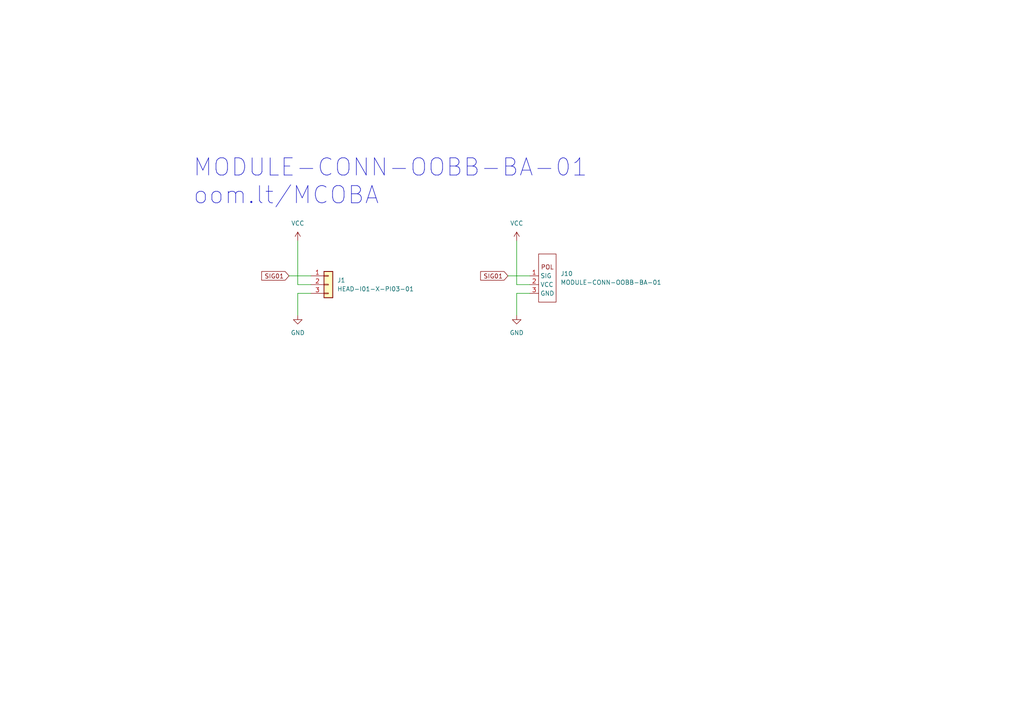
<source format=kicad_sch>
(kicad_sch (version 20211123) (generator eeschema)
  (paper "A4")
  (lib_symbols
    (symbol "Connector_Generic:Conn_01x03" (pin_names (offset 1.016) hide)
      (property "Reference" "J" (at 0 5.08 0))
      (property "Value" "Conn_01x03" (at 0 -5.08 0))
      (symbol "Conn_01x03_1_1"
        (rectangle (start -1.27 -2.413) (end 0 -2.667) (stroke (width 0.1524)))
        (rectangle (start -1.27 0.127) (end 0 -0.127) (stroke (width 0.1524)))
        (rectangle (start -1.27 2.667) (end 0 2.413) (stroke (width 0.1524)))
        (rectangle (start -1.27 3.81) (end 1.27 -3.81) (stroke (width 0.254)) (fill (type background)))
        (pin passive line (at -5.08 2.54 0) (length 3.81) (name "Pin_1") (number "1"))
        (pin passive line (at -5.08 0 0) (length 3.81) (name "Pin_2") (number "2"))
        (pin passive line (at -5.08 -2.54 0) (length 3.81) (name "Pin_3") (number "3"))
      )
    )
    (symbol "oomlout_OOMP_modules:MODULE-CONN-OOBB-BA-01"
      (property "Reference" "J" (at 5.08 7.62 0))
      (property "Value" "MODULE-CONN-OOBB-BA-01" (at 5.08 10.16 0))
      (symbol "MODULE-CONN-OOBB-BA-01_0_0"
        (text "POL" (at 5.08 2.54 0) (effects (font (size 1.27 1.27))))
      )
      (symbol "MODULE-CONN-OOBB-BA-01_0_1"
        (rectangle (start 2.54 -7.62) (end 7.62 6.35))
      )
      (symbol "MODULE-CONN-OOBB-BA-01_1_1"
        (pin input line (at 0 0 0) (length 2.54) (name "SIG") (number "1"))
        (pin input line (at 0 -2.54 0) (length 2.54) (name "VCC") (number "2"))
        (pin input line (at 0 -5.08 0) (length 2.54) (name "GND") (number "3"))
      )
    )
    (symbol "power:GND" (power) (pin_names (offset 0))
      (property "Value" "GND" (at 0 -3.81 0))
      (symbol "GND_0_1"
        (polyline (pts (xy 0 0) (xy 0 -1.27) (xy 1.27 -1.27) (xy 0 -2.54) (xy -1.27 -1.27) (xy 0 -1.27)))
      )
      (symbol "GND_1_1"
        (pin power_in line (at 0 0 270) (length 0) hide (name "GND") (number "1"))
      )
    )
    (symbol "power:VCC" (power) (pin_names (offset 0))
      (property "Value" "VCC" (at 0 3.81 0))
      (symbol "VCC_0_1"
        (polyline (pts (xy -0.762 1.27) (xy 0 2.54)))
        (polyline (pts (xy 0 0) (xy 0 2.54)))
        (polyline (pts (xy 0 2.54) (xy 0.762 1.27)))
      )
      (symbol "VCC_1_1"
        (pin power_in line (at 0 0 90) (length 0) hide (name "VCC") (number "1"))
      )
    )
  )
  (wire (pts (xy 86.36 85.09) (xy 90.17 85.09)))
  (wire (pts (xy 86.36 91.44) (xy 86.36 85.09)))
  (wire (pts (xy 147.32 80.01) (xy 153.67 80.01)))
  (wire (pts (xy 149.86 91.44) (xy 149.86 85.09)))
  (wire (pts (xy 90.17 82.55) (xy 86.36 82.55)))
  (wire (pts (xy 149.86 69.85) (xy 149.86 82.55)))
  (wire (pts (xy 153.67 82.55) (xy 149.86 82.55)))
  (wire (pts (xy 149.86 85.09) (xy 153.67 85.09)))
  (wire (pts (xy 83.82 80.01) (xy 90.17 80.01)))
  (wire (pts (xy 86.36 69.85) (xy 86.36 82.55)))
  (text "MODULE-CONN-OOBB-BA-01\noom.lt/MCOBA" (at 55.88 59.69 0) (effects (font (size 5 5)) (justify left bottom)))
  (global_label "SIG01" (shape input) (at 83.82 80.01 180) (property "Intersheet References" "${INTERSHEET_REFS}" (effects hide)))
  (global_label "SIG01" (shape input) (at 147.32 80.01 180) (property "Intersheet References" "${INTERSHEET_REFS}" (effects hide)))
  (symbol (lib_id "power:VCC") (at 86.36 69.85 0) (unit 1)
    (property "Reference" "#PWR0104" (effects hide))
    (property "Value" "VCC" (at 86.36 64.77 0))
  )
  (symbol (lib_id "power:VCC") (at 149.86 69.85 0) (unit 1)
    (property "Reference" "#PWR0103" (effects hide))
    (property "Value" "VCC" (at 149.86 64.77 0))
  )
  (symbol (lib_id "oomlout_OOMP_modules:MODULE-CONN-OOBB-BA-01") (at 153.67 80.01 0) (unit 1)
    (property "Reference" "J10" (at 162.56 79.3749 0) (effects (justify left)))
    (property "Value" "MODULE-CONN-OOBB-BA-01" (at 162.56 81.9149 0) (effects (justify left)))
    (property "Footprint" "oomlout_OOMP_modules:MODULE-CONN-OOBB-BA-01" (effects hide))
    (property "Datasheet" "oom.lt/MCOBA" (effects hide))
  )
  (symbol (lib_id "power:GND") (at 149.86 91.44 0) (unit 1)
    (property "Reference" "#PWR0102" (effects hide))
    (property "Value" "GND" (at 149.86 96.52 0))
  )
  (symbol (lib_id "power:GND") (at 86.36 91.44 0) (unit 1)
    (property "Reference" "#PWR0101" (effects hide))
    (property "Value" "GND" (at 86.36 96.52 0))
  )
  (symbol (lib_id "Connector_Generic:Conn_01x03") (at 95.25 82.55 0) (unit 1)
    (property "Reference" "J1" (at 97.79 81.2799 0) (effects (justify left)))
    (property "Value" "HEAD-I01-X-PI03-01" (at 97.79 83.8199 0) (effects (justify left)))
    (property "Footprint" "Connector_PinHeader_2.54mm:PinHeader_1x03_P2.54mm_Vertical" (effects hide))
    (property "Datasheet" "oom.lt/H3" (effects hide))
  )
)
</source>
